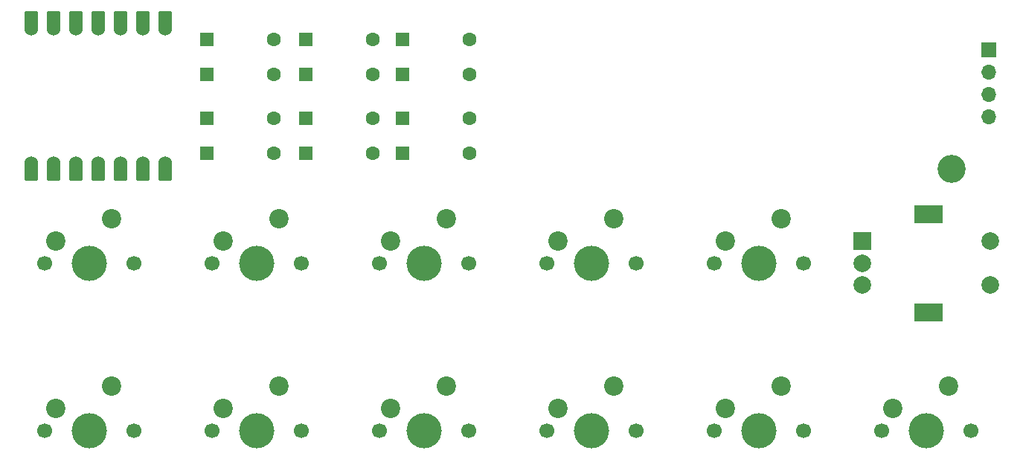
<source format=gbr>
%TF.GenerationSoftware,KiCad,Pcbnew,9.0.6*%
%TF.CreationDate,2025-12-11T12:47:50+11:00*%
%TF.ProjectId,vali-macroPAD,76616c69-2d6d-4616-9372-6f5041442e6b,rev?*%
%TF.SameCoordinates,Original*%
%TF.FileFunction,Soldermask,Top*%
%TF.FilePolarity,Negative*%
%FSLAX46Y46*%
G04 Gerber Fmt 4.6, Leading zero omitted, Abs format (unit mm)*
G04 Created by KiCad (PCBNEW 9.0.6) date 2025-12-11 12:47:50*
%MOMM*%
%LPD*%
G01*
G04 APERTURE LIST*
G04 Aperture macros list*
%AMRoundRect*
0 Rectangle with rounded corners*
0 $1 Rounding radius*
0 $2 $3 $4 $5 $6 $7 $8 $9 X,Y pos of 4 corners*
0 Add a 4 corners polygon primitive as box body*
4,1,4,$2,$3,$4,$5,$6,$7,$8,$9,$2,$3,0*
0 Add four circle primitives for the rounded corners*
1,1,$1+$1,$2,$3*
1,1,$1+$1,$4,$5*
1,1,$1+$1,$6,$7*
1,1,$1+$1,$8,$9*
0 Add four rect primitives between the rounded corners*
20,1,$1+$1,$2,$3,$4,$5,0*
20,1,$1+$1,$4,$5,$6,$7,0*
20,1,$1+$1,$6,$7,$8,$9,0*
20,1,$1+$1,$8,$9,$2,$3,0*%
G04 Aperture macros list end*
%ADD10C,1.700000*%
%ADD11C,4.000000*%
%ADD12C,2.200000*%
%ADD13R,2.000000X2.000000*%
%ADD14C,2.000000*%
%ADD15R,3.200000X2.000000*%
%ADD16RoundRect,0.250000X-0.550000X-0.550000X0.550000X-0.550000X0.550000X0.550000X-0.550000X0.550000X0*%
%ADD17C,1.600000*%
%ADD18C,3.200000*%
%ADD19R,1.700000X1.700000*%
%ADD20O,1.700000X1.700000*%
%ADD21RoundRect,0.152400X-0.609600X1.063600X-0.609600X-1.063600X0.609600X-1.063600X0.609600X1.063600X0*%
%ADD22C,1.524000*%
%ADD23RoundRect,0.152400X0.609600X-1.063600X0.609600X1.063600X-0.609600X1.063600X-0.609600X-1.063600X0*%
G04 APERTURE END LIST*
D10*
%TO.C,SW11*%
X175895000Y-109537500D03*
D11*
X180975000Y-109537500D03*
D10*
X186055000Y-109537500D03*
D12*
X183515000Y-104457500D03*
X177165000Y-106997500D03*
%TD*%
D10*
%TO.C,SW6*%
X118745000Y-109537500D03*
D11*
X123825000Y-109537500D03*
D10*
X128905000Y-109537500D03*
D12*
X126365000Y-104457500D03*
X120015000Y-106997500D03*
%TD*%
D13*
%TO.C,SW10*%
X192775000Y-87987500D03*
D14*
X192775000Y-92987500D03*
X192775000Y-90487500D03*
D15*
X200275000Y-84887500D03*
X200275000Y-96087500D03*
D14*
X207275000Y-92987500D03*
X207275000Y-87987500D03*
%TD*%
D16*
%TO.C,D2*%
X118190000Y-69000000D03*
D17*
X125810000Y-69000000D03*
%TD*%
D16*
%TO.C,D10*%
X140380000Y-69000000D03*
D17*
X148000000Y-69000000D03*
%TD*%
D10*
%TO.C,SW3*%
X137795000Y-90487500D03*
D11*
X142875000Y-90487500D03*
D10*
X147955000Y-90487500D03*
D12*
X145415000Y-85407500D03*
X139065000Y-87947500D03*
%TD*%
D16*
%TO.C,D7*%
X129380000Y-74000000D03*
D17*
X137000000Y-74000000D03*
%TD*%
D16*
%TO.C,D12*%
X140380000Y-78000000D03*
D17*
X148000000Y-78000000D03*
%TD*%
D16*
%TO.C,D8*%
X129380000Y-78000000D03*
D17*
X137000000Y-78000000D03*
%TD*%
D10*
%TO.C,SW7*%
X137795000Y-109537500D03*
D11*
X142875000Y-109537500D03*
D10*
X147955000Y-109537500D03*
D12*
X145415000Y-104457500D03*
X139065000Y-106997500D03*
%TD*%
D10*
%TO.C,SW4*%
X156845000Y-90487500D03*
D11*
X161925000Y-90487500D03*
D10*
X167005000Y-90487500D03*
D12*
X164465000Y-85407500D03*
X158115000Y-87947500D03*
%TD*%
D10*
%TO.C,SW12*%
X194945000Y-109537500D03*
D11*
X200025000Y-109537500D03*
D10*
X205105000Y-109537500D03*
D12*
X202565000Y-104457500D03*
X196215000Y-106997500D03*
%TD*%
D16*
%TO.C,D6*%
X129380000Y-69000000D03*
D17*
X137000000Y-69000000D03*
%TD*%
D18*
%TO.C,M3*%
X202900000Y-79800000D03*
%TD*%
D10*
%TO.C,SW1*%
X99695000Y-90487500D03*
D11*
X104775000Y-90487500D03*
D10*
X109855000Y-90487500D03*
D12*
X107315000Y-85407500D03*
X100965000Y-87947500D03*
%TD*%
D19*
%TO.C,OL1*%
X207168750Y-66198750D03*
D20*
X207168750Y-68738750D03*
X207168750Y-71278750D03*
X207168750Y-73818750D03*
%TD*%
D10*
%TO.C,SW8*%
X156845000Y-109537500D03*
D11*
X161925000Y-109537500D03*
D10*
X167005000Y-109537500D03*
D12*
X164465000Y-104457500D03*
X158115000Y-106997500D03*
%TD*%
D16*
%TO.C,D11*%
X140380000Y-74000000D03*
D17*
X148000000Y-74000000D03*
%TD*%
D21*
%TO.C,U1*%
X98151250Y-79892500D03*
D22*
X98151250Y-79057500D03*
D21*
X100691250Y-79892500D03*
D22*
X100691250Y-79057500D03*
D21*
X103231250Y-79892500D03*
D22*
X103231250Y-79057500D03*
D21*
X105771250Y-79892500D03*
D22*
X105771250Y-79057500D03*
D21*
X108311250Y-79892500D03*
D22*
X108311250Y-79057500D03*
D21*
X110851250Y-79892500D03*
D22*
X110851250Y-79057500D03*
D21*
X113391250Y-79892500D03*
D22*
X113391250Y-79057500D03*
X113391250Y-63817500D03*
D23*
X113391250Y-62982500D03*
D22*
X110851250Y-63817500D03*
D23*
X110851250Y-62982500D03*
D22*
X108311250Y-63817500D03*
D23*
X108311250Y-62982500D03*
D22*
X105771250Y-63817500D03*
D23*
X105771250Y-62982500D03*
D22*
X103231250Y-63817500D03*
D23*
X103231250Y-62982500D03*
D22*
X100691250Y-63817500D03*
D23*
X100691250Y-62982500D03*
D22*
X98151250Y-63817500D03*
D23*
X98151250Y-62982500D03*
%TD*%
D16*
%TO.C,D5*%
X129380000Y-65000000D03*
D17*
X137000000Y-65000000D03*
%TD*%
D10*
%TO.C,SW9*%
X175895000Y-90487500D03*
D11*
X180975000Y-90487500D03*
D10*
X186055000Y-90487500D03*
D12*
X183515000Y-85407500D03*
X177165000Y-87947500D03*
%TD*%
D16*
%TO.C,D9*%
X140380000Y-65000000D03*
D17*
X148000000Y-65000000D03*
%TD*%
D16*
%TO.C,D4*%
X118190000Y-78000000D03*
D17*
X125810000Y-78000000D03*
%TD*%
D16*
%TO.C,D1*%
X118190000Y-65000000D03*
D17*
X125810000Y-65000000D03*
%TD*%
D10*
%TO.C,SW5*%
X99695000Y-109537500D03*
D11*
X104775000Y-109537500D03*
D10*
X109855000Y-109537500D03*
D12*
X107315000Y-104457500D03*
X100965000Y-106997500D03*
%TD*%
D10*
%TO.C,SW2*%
X118745000Y-90487500D03*
D11*
X123825000Y-90487500D03*
D10*
X128905000Y-90487500D03*
D12*
X126365000Y-85407500D03*
X120015000Y-87947500D03*
%TD*%
D16*
%TO.C,D3*%
X118190000Y-74000000D03*
D17*
X125810000Y-74000000D03*
%TD*%
M02*

</source>
